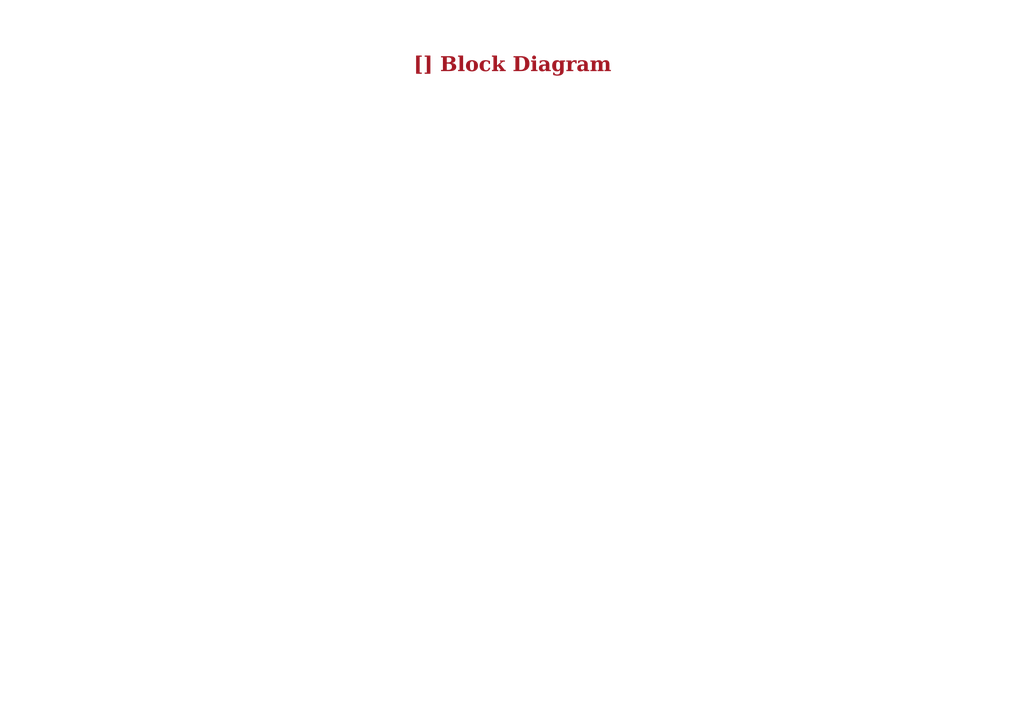
<source format=kicad_sch>
(kicad_sch
	(version 20250114)
	(generator "eeschema")
	(generator_version "9.0")
	(uuid "d4440dba-022e-49b2-97f2-6fc1871c7304")
	(paper "A3")
	(title_block
		(title "Block Diagram")
		(date "Last Modified Date")
		(rev "${REVISION}")
		(company "${COMPANY}")
	)
	(lib_symbols)
	(text_box "[${#}] ${TITLE}"
		(exclude_from_sim no)
		(at 144.78 20.32 0)
		(size 130.81 12.7)
		(margins 5.9999 5.9999 5.9999 5.9999)
		(stroke
			(width -0.0001)
			(type solid)
		)
		(fill
			(type none)
		)
		(effects
			(font
				(face "Times New Roman")
				(size 6 6)
				(thickness 1.2)
				(bold yes)
				(color 162 22 34 1)
			)
		)
		(uuid "73b2b29c-2473-4e80-be0b-4f57c6856c3e")
	)
)

</source>
